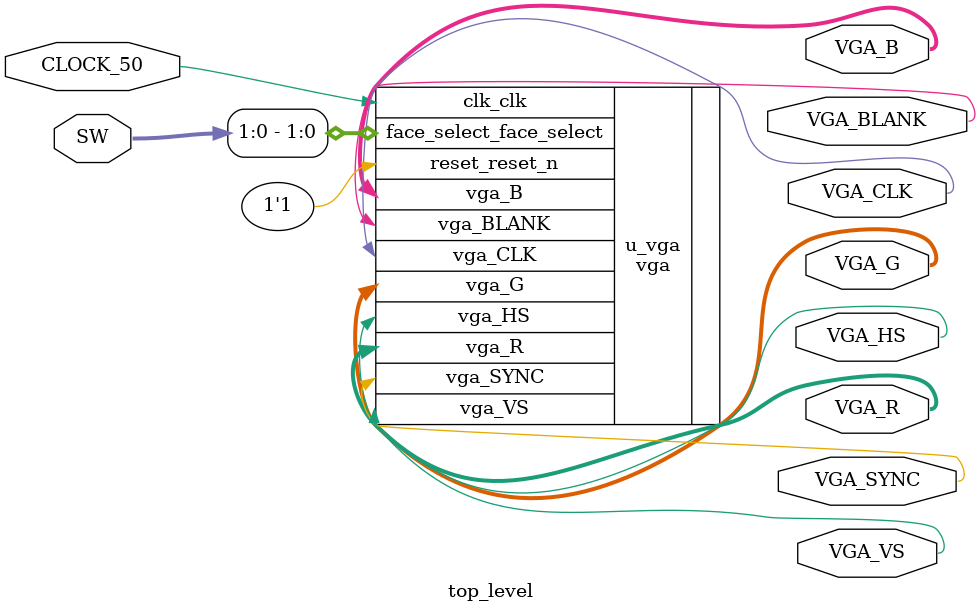
<source format=sv>
module top_level (
		input  wire        CLOCK_50,
		input  wire [17:0] SW,
		
		output wire        VGA_CLK,    
		output wire        VGA_HS,     
		output wire        VGA_VS,     
		output wire        VGA_BLANK,  
		output wire        VGA_SYNC,   
		output wire [7:0]  VGA_R,        
		output wire [7:0]  VGA_G,        
		output wire [7:0]  VGA_B         
);

vga u_vga (
		.clk_clk(CLOCK_50),
		.face_select_face_select(SW[1:0]),
		.reset_reset_n(1'b1),
		.vga_CLK(VGA_CLK),
		.vga_HS(VGA_HS),
		.vga_VS(VGA_VS),
		.vga_BLANK(VGA_BLANK),
		.vga_SYNC(VGA_SYNC),
		.vga_R(VGA_R),
		.vga_G(VGA_G),
		.vga_B(VGA_B)
	);

endmodule


</source>
